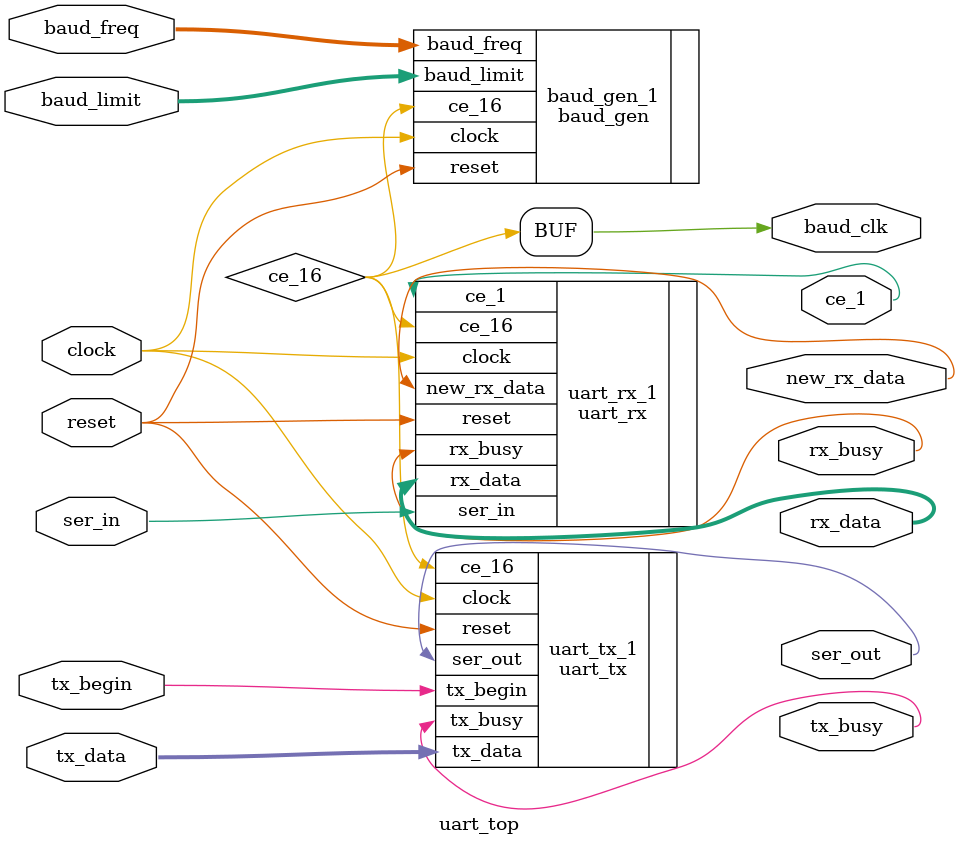
<source format=v>

module uart_top 
(
	// global signals 
	clock, reset,
	// uart serial signals 
	ser_in, ser_out,
	// transmit and receive internal interface signals 
	rx_data, rx_busy,
	new_rx_data, 
	tx_data, tx_busy, 
	// baud rate configuration register - see baud_gen.v for details 
	ce_1,
	baud_freq, baud_limit, 
	baud_clk, tx_begin
);
//---------------------------------------------------------------------------------------
// modules inputs and outputs 
input 			clock;			// global clock input 
input 			reset;			// global reset input 
input			ser_in;			// serial data input      
output			ser_out;		// serial data output 
input	[7:0]	tx_data;		// data byte to transmit 
output 			tx_busy;		// signs that transmitter is busy 
output	[7:0]	rx_data;		// data byte received 
output			rx_busy;
output 			new_rx_data;	// signs that a new byte was received      
input	[11:0]	baud_freq;	// baud rate setting registers - see header description 
input	[15:0]	baud_limit;
output			baud_clk;
output         ce_1;
input			tx_begin;

// internal wires 
wire ce_16;		// clock enable at bit rate 

assign baud_clk = ce_16;
//---------------------------------------------------------------------------------------
// module implementation 
// baud rate generator module 
baud_gen baud_gen_1
(
	.clock(clock), .reset(reset), 
	.ce_16(ce_16), .baud_freq(baud_freq), .baud_limit(baud_limit)
);

// uart receiver 
uart_rx uart_rx_1 
(
	.clock(clock), .reset(reset), 
	.ce_16(ce_16), .ce_1(ce_1),
	.ser_in(ser_in), 
	.rx_data(rx_data), .rx_busy(rx_busy),
	.new_rx_data(new_rx_data) 
);

// uart transmitter 
uart_tx  uart_tx_1
(
	.clock(clock), .reset(reset), 
	.ce_16(ce_16), .tx_data(tx_data),
	.ser_out(ser_out), .tx_busy(tx_busy),
	.tx_begin(tx_begin)
);

endmodule
//---------------------------------------------------------------------------------------
//						Th.. Th.. Th.. Thats all folks !!!
//---------------------------------------------------------------------------------------

</source>
